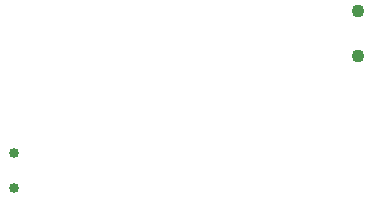
<source format=gbr>
G04 PROTEUS GERBER X2 FILE*
%TF.GenerationSoftware,Labcenter,Proteus,8.17-SP5-Build39395*%
%TF.CreationDate,2024-11-13T15:27:42+00:00*%
%TF.FileFunction,NonPlated,1,2,NPTH*%
%TF.FilePolarity,Positive*%
%TF.Part,Single*%
%TF.SameCoordinates,{0a1d241a-e0a6-4a76-8978-5e44ef8297c2}*%
%FSLAX45Y45*%
%MOMM*%
G01*
%TA.AperFunction,MechanicalDrill*%
%ADD162C,1.100000*%
%TA.AperFunction,ComponentDrill*%
%ADD163C,0.850000*%
%TD.AperFunction*%
D162*
X-6900000Y+3070000D03*
X-6900000Y+3450000D03*
D163*
X-9814120Y+2250000D03*
X-9814120Y+1950000D03*
M02*

</source>
